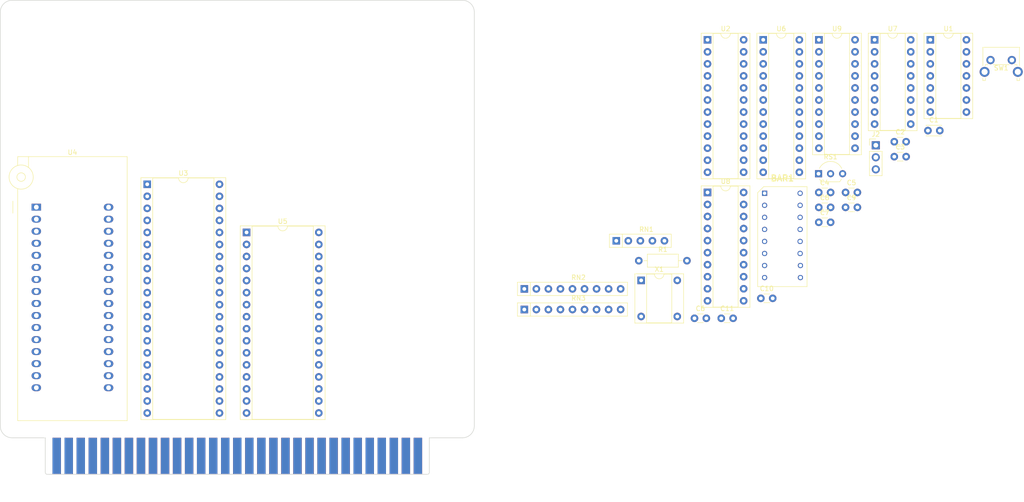
<source format=kicad_pcb>
(kicad_pcb (version 20211014) (generator pcbnew)
  (title_block (title "Processor and memory card") (date "2022-10-24") (rev "1") (company "Frédéric Segard, aka Micro Hobbyist"))
  (layers (0 "F.Cu" signal) (31 "B.Cu" signal) (34 "B.Paste" user) (35 "F.Paste" user) (36 "B.SilkS" user "B.Silkscreen") (37 "F.SilkS" user "F.Silkscreen") (38 "B.Mask" user) (39 "F.Mask" user) (44 "Edge.Cuts" user))
  (net 0 "")
  (net 1 "+5V")
  (net 2 "GND")
  (net 3 "Net-(C1-Pad1)")
  (net 11 "/~{IRQ0}")
  (net 12 "/~{IRQ1}")
  (net 13 "/~{IRQ2}")
  (net 14 "/~{IRQ3}")
  (net 15 "/~{IRQ4}")
  (net 16 "/~{IRQ5}")
  (net 17 "/~{IRQ6}")
  (net 18 "/~{IRQ7}")
  (net 19 "/RESET")
  (net 20 "Net-(U1-Pad3)")
  (net 22 "/BANK0")
  (net 23 "/A15")
  (net 24 "/A14")
  (net 25 "/A13")
  (net 26 "/A12")
  (net 27 "/A11")
  (net 28 "/A10")
  (net 29 "/A9")
  (net 30 "/A8")
  (net 31 "/A7")
  (net 32 "/A6")
  (net 33 "/A5")
  (net 34 "/A4")
  (net 35 "/A3")
  (net 36 "/A2")
  (net 37 "/A1")
  (net 38 "/A0")
  (net 39 "/D0")
  (net 40 "/D1")
  (net 41 "/D2")
  (net 42 "/D3")
  (net 43 "/D4")
  (net 44 "/D5")
  (net 45 "/D6")
  (net 46 "/D7")
  (net 47 "/BANKF")
  (net 48 "/~{M1}")
  (net 49 "/~{RESET}")
  (net 50 "/CLK")
  (net 51 "/~{INT}")
  (net 52 "/~{MREQ}")
  (net 53 "/~{WR}")
  (net 54 "/~{RD}")
  (net 55 "/~{IORQ}")
  (net 56 "/INT")
  (net 57 "/~{BUSAK}")
  (net 58 "/~{HALT}")
  (net 59 "/~{BUSRQ}")
  (net 60 "/~{WAIT}")
  (net 61 "/~{NMI}")
  (net 62 "/~{BANKRD}")
  (net 63 "/HALT")
  (net 64 "/~{IRQRD}")
  (net 65 "/~{ROMCS}")
  (net 66 "/~{RAMOE}")
  (net 67 "/BA15")
  (net 68 "/BA16")
  (net 69 "/BA18")
  (net 70 "/~{CLK}")
  (net 71 "/BA17")
  (net 73 "Net-(J2-Pad2)")
  (net 79 "Net-(BAR1-Pad9)")
  (net 80 "Net-(BAR1-Pad10)")
  (net 84 "Net-(U7-Pad6)")
  (net 85 "Net-(BAR1-Pad11)")
  (net 86 "Net-(BAR1-Pad12)")
  (net 87 "Net-(BAR1-Pad13)")
  (net 88 "/~{BANKSEL}")
  (net 89 "Net-(BAR1-Pad14)")
  (net 90 "Net-(BAR1-Pad15)")
  (net 91 "Net-(U7-Pad7)")
  (net 92 "Net-(BAR1-Pad16)")
  (net 93 "/~{RAMSEL}")
  (net 94 "Net-(U7-Pad9)")
  (footprint "Button_Switch_THT:SW_Tactile_SPST_Angled_PTS645Vx58-2LFS" (layer "F.Cu") (at 294.102 54.447)
    (fp_text reference "SW1" (at 2.25 1.68) (layer "F.SilkS"))
    (fp_text value "RESET")
    (pad "" thru_hole circle (at 5.76 2.49) (size 2.1 2.1) (drill 1.3) (layers *.Cu *.Mask))
    (pad "" thru_hole circle (at -1.25 2.49) (size 2.1 2.1) (drill 1.3) (layers *.Cu *.Mask))
    (pad "1" thru_hole circle (at 0 0) (size 1.75 1.75) (drill 0.99) (layers *.Cu *.Mask) (net 49 "/~{RESET}"))
    (pad "2" thru_hole circle (at 4.5 0) (size 1.75 1.75) (drill 0.99) (layers *.Cu *.Mask) (net 2 "GND"))
  )
  (footprint "Capacitor_THT:C_Disc_D3.0mm_W1.6mm_P2.50mm" (layer "F.Cu") (at 263.522 82.372)
    (fp_text reference "C5" (at 1.25 -2.05) (layer "F.SilkS"))
    (fp_text value "0.1uF")
    (pad "1" thru_hole circle (at 0 0) (size 1.6 1.6) (drill 0.8) (layers *.Cu *.Mask) (net 1 "+5V"))
    (pad "2" thru_hole circle (at 2.5 0) (size 1.6 1.6) (drill 0.8) (layers *.Cu *.Mask) (net 2 "GND"))
  )
  (footprint "Package_DIP:DIP-32_W15.24mm_Socket" (layer "F.Cu") (at 137.155 90.805)
    (fp_text reference "U5" (at 7.62 -2.33) (layer "F.SilkS"))
    (fp_text value "AS6C4008")
    (pad "1" thru_hole rect (at 0 0) (size 1.6 1.6) (drill 0.8) (layers *.Cu *.Mask) (net 69 "/BA18"))
    (pad "2" thru_hole oval (at 0 2.54) (size 1.6 1.6) (drill 0.8) (layers *.Cu *.Mask) (net 68 "/BA16"))
    (pad "3" thru_hole oval (at 0 5.08) (size 1.6 1.6) (drill 0.8) (layers *.Cu *.Mask) (net 24 "/A14"))
    (pad "4" thru_hole oval (at 0 7.62) (size 1.6 1.6) (drill 0.8) (layers *.Cu *.Mask) (net 26 "/A12"))
    (pad "5" thru_hole oval (at 0 10.16) (size 1.6 1.6) (drill 0.8) (layers *.Cu *.Mask) (net 31 "/A7"))
    (pad "6" thru_hole oval (at 0 12.7) (size 1.6 1.6) (drill 0.8) (layers *.Cu *.Mask) (net 32 "/A6"))
    (pad "7" thru_hole oval (at 0 15.24) (size 1.6 1.6) (drill 0.8) (layers *.Cu *.Mask) (net 33 "/A5"))
    (pad "8" thru_hole oval (at 0 17.78) (size 1.6 1.6) (drill 0.8) (layers *.Cu *.Mask) (net 34 "/A4"))
    (pad "9" thru_hole oval (at 0 20.32) (size 1.6 1.6) (drill 0.8) (layers *.Cu *.Mask) (net 35 "/A3"))
    (pad "10" thru_hole oval (at 0 22.86) (size 1.6 1.6) (drill 0.8) (layers *.Cu *.Mask) (net 36 "/A2"))
    (pad "11" thru_hole oval (at 0 25.4) (size 1.6 1.6) (drill 0.8) (layers *.Cu *.Mask) (net 37 "/A1"))
    (pad "12" thru_hole oval (at 0 27.94) (size 1.6 1.6) (drill 0.8) (layers *.Cu *.Mask) (net 38 "/A0"))
    (pad "13" thru_hole oval (at 0 30.48) (size 1.6 1.6) (drill 0.8) (layers *.Cu *.Mask) (net 39 "/D0"))
    (pad "14" thru_hole oval (at 0 33.02) (size 1.6 1.6) (drill 0.8) (layers *.Cu *.Mask) (net 40 "/D1"))
    (pad "15" thru_hole oval (at 0 35.56) (size 1.6 1.6) (drill 0.8) (layers *.Cu *.Mask) (net 41 "/D2"))
    (pad "16" thru_hole oval (at 0 38.1) (size 1.6 1.6) (drill 0.8) (layers *.Cu *.Mask) (net 2 "GND"))
    (pad "17" thru_hole oval (at 15.24 38.1) (size 1.6 1.6) (drill 0.8) (layers *.Cu *.Mask) (net 42 "/D3"))
    (pad "18" thru_hole oval (at 15.24 35.56) (size 1.6 1.6) (drill 0.8) (layers *.Cu *.Mask) (net 43 "/D4"))
    (pad "19" thru_hole oval (at 15.24 33.02) (size 1.6 1.6) (drill 0.8) (layers *.Cu *.Mask) (net 44 "/D5"))
    (pad "20" thru_hole oval (at 15.24 30.48) (size 1.6 1.6) (drill 0.8) (layers *.Cu *.Mask) (net 45 "/D6"))
    (pad "21" thru_hole oval (at 15.24 27.94) (size 1.6 1.6) (drill 0.8) (layers *.Cu *.Mask) (net 46 "/D7"))
    (pad "22" thru_hole oval (at 15.24 25.4) (size 1.6 1.6) (drill 0.8) (layers *.Cu *.Mask) (net 52 "/~{MREQ}"))
    (pad "23" thru_hole oval (at 15.24 22.86) (size 1.6 1.6) (drill 0.8) (layers *.Cu *.Mask) (net 28 "/A10"))
    (pad "24" thru_hole oval (at 15.24 20.32) (size 1.6 1.6) (drill 0.8) (layers *.Cu *.Mask) (net 66 "/~{RAMOE}"))
    (pad "25" thru_hole oval (at 15.24 17.78) (size 1.6 1.6) (drill 0.8) (layers *.Cu *.Mask) (net 27 "/A11"))
    (pad "26" thru_hole oval (at 15.24 15.24) (size 1.6 1.6) (drill 0.8) (layers *.Cu *.Mask) (net 29 "/A9"))
    (pad "27" thru_hole oval (at 15.24 12.7) (size 1.6 1.6) (drill 0.8) (layers *.Cu *.Mask) (net 30 "/A8"))
    (pad "28" thru_hole oval (at 15.24 10.16) (size 1.6 1.6) (drill 0.8) (layers *.Cu *.Mask) (net 25 "/A13"))
    (pad "29" thru_hole oval (at 15.24 7.62) (size 1.6 1.6) (drill 0.8) (layers *.Cu *.Mask) (net 53 "/~{WR}"))
    (pad "30" thru_hole oval (at 15.24 5.08) (size 1.6 1.6) (drill 0.8) (layers *.Cu *.Mask) (net 71 "/BA17"))
    (pad "31" thru_hole oval (at 15.24 2.54) (size 1.6 1.6) (drill 0.8) (layers *.Cu *.Mask) (net 67 "/BA15"))
    (pad "32" thru_hole oval (at 15.24 0) (size 1.6 1.6) (drill 0.8) (layers *.Cu *.Mask) (net 1 "+5V"))
  )
  (footprint "Resistor_THT:R_Array_SIP9" (layer "F.Cu") (at 195.752 102.722)
    (fp_text reference "RN2" (at 11.43 -2.4) (layer "F.SilkS"))
    (fp_text value "330")
    (pad "1" thru_hole rect (at 0 0) (size 1.6 1.6) (drill 0.8) (layers *.Cu *.Mask) (net 2 "GND"))
    (pad "2" thru_hole oval (at 2.54 0) (size 1.6 1.6) (drill 0.8) (layers *.Cu *.Mask) (net 92 "Net-(BAR1-Pad16)"))
    (pad "3" thru_hole oval (at 5.08 0) (size 1.6 1.6) (drill 0.8) (layers *.Cu *.Mask) (net 90 "Net-(BAR1-Pad15)"))
    (pad "4" thru_hole oval (at 7.62 0) (size 1.6 1.6) (drill 0.8) (layers *.Cu *.Mask) (net 89 "Net-(BAR1-Pad14)"))
    (pad "5" thru_hole oval (at 10.16 0) (size 1.6 1.6) (drill 0.8) (layers *.Cu *.Mask) (net 87 "Net-(BAR1-Pad13)"))
    (pad "6" thru_hole oval (at 12.7 0) (size 1.6 1.6) (drill 0.8) (layers *.Cu *.Mask) (net 86 "Net-(BAR1-Pad12)"))
    (pad "7" thru_hole oval (at 15.24 0) (size 1.6 1.6) (drill 0.8) (layers *.Cu *.Mask) (net 85 "Net-(BAR1-Pad11)"))
    (pad "8" thru_hole oval (at 17.78 0) (size 1.6 1.6) (drill 0.8) (layers *.Cu *.Mask) (net 80 "Net-(BAR1-Pad10)"))
    (pad "9" thru_hole oval (at 20.32 0) (size 1.6 1.6) (drill 0.8) (layers *.Cu *.Mask) (net 79 "Net-(BAR1-Pad9)"))
  )
  (footprint "Package_TO_SOT_THT:TO-92L_Inline_Wide" (layer "F.Cu") (at 257.822 78.422)
    (fp_text reference "RS1" (at 2.54 -3.56) (layer "F.SilkS"))
    (fp_text value "DS1813")
    (pad "1" thru_hole rect (at 0 0) (size 1.5 1.5) (drill 0.8) (layers *.Cu *.Mask) (net 49 "/~{RESET}"))
    (pad "2" thru_hole circle (at 2.54 0) (size 1.5 1.5) (drill 0.8) (layers *.Cu *.Mask) (net 3 "Net-(C1-Pad1)"))
    (pad "3" thru_hole circle (at 5.08 0) (size 1.5 1.5) (drill 0.8) (layers *.Cu *.Mask) (net 2 "GND"))
  )
  (footprint "Capacitor_THT:C_Disc_D3.0mm_W1.6mm_P2.50mm" (layer "F.Cu") (at 245.652 104.712)
    (fp_text reference "C10" (at 1.25 -2.05) (layer "F.SilkS"))
    (fp_text value "0.1uF")
    (pad "1" thru_hole circle (at 0 0) (size 1.6 1.6) (drill 0.8) (layers *.Cu *.Mask) (net 1 "+5V"))
    (pad "2" thru_hole circle (at 2.5 0) (size 1.6 1.6) (drill 0.8) (layers *.Cu *.Mask) (net 2 "GND"))
  )
  (footprint "0 - Library:8_Segment_Bar_graph" (layer "F.Cu") (at 246.38 82.55)
    (fp_text reference "BAR1" (at 3.81 -3.175) (layer "F.SilkS") (effects (font (size 1.27 1.27) (thickness 0.254))))
    (fp_text value "BLINKEN" hide)
    (pad "1" thru_hole rect (at 0.06 0) (size 1.1 1.1) (drill 0.7) (layers *.Cu *.Mask) (net 1 "+5V"))
    (pad "2" thru_hole circle (at 0.06 2.54) (size 1.1 1.1) (drill 0.7) (layers *.Cu *.Mask) (net 19 "/RESET"))
    (pad "3" thru_hole circle (at 0.06 5.08) (size 1.1 1.1) (drill 0.7) (layers *.Cu *.Mask))
    (pad "4" thru_hole circle (at 0.06 7.62) (size 1.1 1.1) (drill 0.7) (layers *.Cu *.Mask) (net 22 "/BANK0"))
    (pad "5" thru_hole circle (at 0.06 10.16) (size 1.1 1.1) (drill 0.7) (layers *.Cu *.Mask) (net 47 "/BANKF"))
    (pad "6" thru_hole circle (at 0.06 12.7) (size 1.1 1.1) (drill 0.7) (layers *.Cu *.Mask) (net 56 "/INT"))
    (pad "7" thru_hole circle (at 0.06 15.24) (size 1.1 1.1) (drill 0.7) (layers *.Cu *.Mask) (net 63 "/HALT"))
    (pad "8" thru_hole circle (at 0.06 17.78) (size 1.1 1.1) (drill 0.7) (layers *.Cu *.Mask) (net 93 "/~{RAMSEL}"))
    (pad "9" thru_hole circle (at 7.62 17.78) (size 1.1 1.1) (drill 0.7) (layers *.Cu *.Mask) (net 79 "Net-(BAR1-Pad9)"))
    (pad "10" thru_hole circle (at 7.62 15.24) (size 1.1 1.1) (drill 0.7) (layers *.Cu *.Mask) (net 80 "Net-(BAR1-Pad10)"))
    (pad "11" thru_hole circle (at 7.56 12.7) (size 1.1 1.1) (drill 0.7) (layers *.Cu *.Mask) (net 85 "Net-(BAR1-Pad11)"))
    (pad "12" thru_hole circle (at 7.56 10.16) (size 1.1 1.1) (drill 0.7) (layers *.Cu *.Mask) (net 86 "Net-(BAR1-Pad12)"))
    (pad "13" thru_hole circle (at 7.56 7.62) (size 1.1 1.1) (drill 0.7) (layers *.Cu *.Mask) (net 87 "Net-(BAR1-Pad13)"))
    (pad "14" thru_hole circle (at 7.56 5.08) (size 1.1 1.1) (drill 0.7) (layers *.Cu *.Mask) (net 89 "Net-(BAR1-Pad14)"))
    (pad "15" thru_hole circle (at 7.56 2.54) (size 1.1 1.1) (drill 0.7) (layers *.Cu *.Mask) (net 90 "Net-(BAR1-Pad15)"))
    (pad "16" thru_hole circle (at 7.56 0) (size 1.1 1.1) (drill 0.7) (layers *.Cu *.Mask) (net 92 "Net-(BAR1-Pad16)"))
  )
  (footprint "0 - Library:BUS_XT" (layer "F.Cu") (at 135.2 134.135)
    (fp_text reference "J1" hide)
    (fp_text value "EDGE")
    (fp_line (start -40.11 7.7) (end 40.11 7.7) (layer "Edge.Cuts") (width 0.12))
    (fp_line (start -47.5 -92.3) (end 47.5 -92.3) (layer "Edge.Cuts") (width 0.12))
    (fp_line (start -40.51 7.3) (end -40.51 0) (layer "Edge.Cuts") (width 0.12))
    (fp_line (start -47.5 0) (end -40.51 0) (layer "Edge.Cuts") (width 0.12))
    (fp_line (start -50 -2.5) (end -50 -89.8) (layer "Edge.Cuts") (width 0.12))
    (fp_line (start 40.51 7.3) (end 40.51 0) (layer "Edge.Cuts") (width 0.12))
    (fp_line (start 47.5 0) (end 40.51 0) (layer "Edge.Cuts") (width 0.12))
    (fp_line (start 50 -89.8) (end 50 -2.5) (layer "Edge.Cuts") (width 0.12))
    (fp_arc (start 50 -2.5) (mid 49.267767 -0.732233) (end 47.5 0) (layer "Edge.Cuts") (width 0.12))
    (fp_arc (start 47.5 -92.3) (mid 49.267767 -91.567767) (end 50 -89.8) (layer "Edge.Cuts") (width 0.12))
    (fp_arc (start -47.5 0) (mid -49.267767 -0.732233) (end -50 -2.5) (layer "Edge.Cuts") (width 0.12))
    (fp_arc (start 40.51 7.3) (mid 40.392843 7.582843) (end 40.11 7.7) (layer "Edge.Cuts") (width 0.12))
    (fp_arc (start -50 -89.8) (mid -49.267767 -91.567767) (end -47.5 -92.3) (layer "Edge.Cuts") (width 0.12))
    (fp_arc (start -40.11 7.7) (mid -40.392843 7.582843) (end -40.51 7.3) (layer "Edge.Cuts") (width 0.12))
    (pad "1" connect rect locked (at 38.1 3.81) (size 1.78 7.62) (layers "F.Cu" "F.Mask") (net 2 "GND"))
    (pad "2" connect rect locked (at 35.56 3.81) (size 1.78 7.62) (layers "F.Cu" "F.Mask") (net 1 "+5V"))
    (pad "3" connect rect locked (at 33.02 3.81) (size 1.78 7.62) (layers "F.Cu" "F.Mask") (net 23 "/A15"))
    (pad "4" connect rect locked (at 30.48 3.81) (size 1.78 7.62) (layers "F.Cu" "F.Mask") (net 24 "/A14"))
    (pad "5" connect rect locked (at 27.94 3.81) (size 1.78 7.62) (layers "F.Cu" "F.Mask") (net 25 "/A13"))
    (pad "6" connect rect locked (at 25.4 3.81) (size 1.78 7.62) (layers "F.Cu" "F.Mask") (net 26 "/A12"))
    (pad "7" connect rect locked (at 22.86 3.81) (size 1.78 7.62) (layers "F.Cu" "F.Mask") (net 27 "/A11"))
    (pad "8" connect rect locked (at 20.32 3.81) (size 1.78 7.62) (layers "F.Cu" "F.Mask") (net 28 "/A10"))
    (pad "9" connect rect locked (at 17.78 3.81) (size 1.78 7.62) (layers "F.Cu" "F.Mask") (net 29 "/A9"))
    (pad "10" connect rect locked (at 15.24 3.81) (size 1.78 7.62) (layers "F.Cu" "F.Mask") (net 30 "/A8"))
    (pad "11" connect rect locked (at 12.7 3.81) (size 1.78 7.62) (layers "F.Cu" "F.Mask") (net 31 "/A7"))
    (pad "12" connect rect locked (at 10.16 3.81) (size 1.78 7.62) (layers "F.Cu" "F.Mask") (net 32 "/A6"))
    (pad "13" connect rect locked (at 7.62 3.81) (size 1.78 7.62) (layers "F.Cu" "F.Mask") (net 33 "/A5"))
    (pad "14" connect rect locked (at 5.08 3.81) (size 1.78 7.62) (layers "F.Cu" "F.Mask") (net 34 "/A4"))
    (pad "15" connect rect locked (at 2.54 3.81) (size 1.78 7.62) (layers "F.Cu" "F.Mask") (net 35 "/A3"))
    (pad "16" connect rect locked (at 0 3.81) (size 1.78 7.62) (layers "F.Cu" "F.Mask") (net 36 "/A2"))
    (pad "17" connect rect locked (at -2.54 3.81) (size 1.78 7.62) (layers "F.Cu" "F.Mask") (net 37 "/A1"))
    (pad "18" connect rect locked (at -5.08 3.81) (size 1.78 7.62) (layers "F.Cu" "F.Mask") (net 38 "/A0"))
    (pad "19" connect rect locked (at -7.62 3.81) (size 1.78 7.62) (layers "F.Cu" "F.Mask") (net 39 "/D0"))
    (pad "20" connect rect locked (at -10.16 3.81) (size 1.78 7.62) (layers "F.Cu" "F.Mask") (net 40 "/D1"))
    (pad "21" connect rect locked (at -12.7 3.81) (size 1.78 7.62) (layers "F.Cu" "F.Mask") (net 41 "/D2"))
    (pad "22" connect rect locked (at -15.24 3.81) (size 1.78 7.62) (layers "F.Cu" "F.Mask") (net 42 "/D3"))
    (pad "23" connect rect locked (at -17.78 3.81) (size 1.78 7.62) (layers "F.Cu" "F.Mask") (net 43 "/D4"))
    (pad "24" connect rect locked (at -20.32 3.81) (size 1.78 7.62) (layers "F.Cu" "F.Mask") (net 44 "/D5"))
    (pad "25" connect rect locked (at -22.86 3.81) (size 1.78 7.62) (layers "F.Cu" "F.Mask") (net 45 "/D6"))
    (pad "26" connect rect locked (at -25.4 3.81) (size 1.78 7.62) (layers "F.Cu" "F.Mask") (net 46 "/D7"))
    (pad "27" connect rect locked (at -27.94 3.81) (size 1.78 7.62) (layers "F.Cu" "F.Mask"))
    (pad "28" connect rect locked (at -30.48 3.81) (size 1.78 7.62) (layers "F.Cu" "F.Mask"))
    (pad "29" connect rect locked (at -33.02 3.81) (size 1.78 7.62) (layers "F.Cu" "F.Mask"))
    (pad "30" connect rect locked (at -35.56 3.81) (size 1.78 7.62) (layers "F.Cu" "F.Mask") (net 1 "+5V"))
    (pad "31" connect rect locked (at -38.1 3.81) (size 1.78 7.62) (layers "F.Cu" "F.Mask") (net 2 "GND"))
    (pad "32" connect rect locked (at 38.1 3.81) (size 1.78 7.62) (layers "B.Cu" "B.Mask") (net 2 "GND"))
    (pad "33" connect rect locked (at 35.56 3.81) (size 1.78 7.62) (layers "B.Cu" "B.Mask") (net 1 "+5V"))
    (pad "34" connect rect locked (at 33.02 3.81) (size 1.78 7.62) (layers "B.Cu" "B.Mask") (net 48 "/~{M1}"))
    (pad "35" connect rect locked (at 30.48 3.81) (size 1.78 7.62) (layers "B.Cu" "B.Mask") (net 49 "/~{RESET}"))
    (pad "36" connect rect locked (at 27.94 3.81) (size 1.78 7.62) (layers "B.Cu" "B.Mask") (net 50 "/CLK"))
    (pad "37" connect rect locked (at 25.4 3.81) (size 1.78 7.62) (layers "B.Cu" "B.Mask") (net 51 "/~{INT}"))
    (pad "38" connect rect locked (at 22.86 3.81) (size 1.78 7.62) (layers "B.Cu" "B.Mask") (net 52 "/~{MREQ}"))
    (pad "39" connect rect locked (at 20.32 3.81) (size 1.78 7.62) (layers "B.Cu" "B.Mask") (net 53 "/~{WR}"))
    (pad "40" connect rect locked (at 17.78 3.81) (size 1.78 7.62) (layers "B.Cu" "B.Mask") (net 54 "/~{RD}"))
    (pad "41" connect rect locked (at 15.24 3.81) (size 1.78 7.62) (layers "B.Cu" "B.Mask") (net 55 "/~{IORQ}"))
    (pad "42" connect rect locked (at 12.7 3.81) (size 1.78 7.62) (layers "B.Cu" "B.Mask") (net 70 "/~{CLK}"))
    (pad "43" connect rect locked (at 10.16 3.81) (size 1.78 7.62) (layers "B.Cu" "B.Mask"))
    (pad "44" connect rect locked (at 7.62 3.81) (size 1.78 7.62) (layers "B.Cu" "B.Mask") (net 57 "/~{BUSAK}"))
    (pad "45" connect rect locked (at 5.08 3.81) (size 1.78 7.62) (layers "B.Cu" "B.Mask") (net 58 "/~{HALT}"))
    (pad "46" connect rect locked (at 2.54 3.81) (size 1.78 7.62) (layers "B.Cu" "B.Mask") (net 59 "/~{BUSRQ}"))
    (pad "47" connect rect locked (at 0 3.81) (size 1.78 7.62) (layers "B.Cu" "B.Mask") (net 60 "/~{WAIT}"))
    (pad "48" connect rect locked (at -2.54 3.81) (size 1.78 7.62) (layers "B.Cu" "B.Mask") (net 61 "/~{NMI}"))
    (pad "49" connect rect locked (at -5.08 3.81) (size 1.78 7.62) (layers "B.Cu" "B.Mask"))
    (pad "50" connect rect locked (at -7.62 3.81) (size 1.78 7.62) (layers "B.Cu" "B.Mask"))
    (pad "51" connect rect locked (at -10.16 3.81) (size 1.78 7.62) (layers "B.Cu" "B.Mask"))
    (pad "52" connect rect locked (at -12.7 3.81) (size 1.78 7.62) (layers "B.Cu" "B.Mask"))
    (pad "53" connect rect locked (at -15.24 3.81) (size 1.78 7.62) (layers "B.Cu" "B.Mask") (net 11 "/~{IRQ0}"))
    (pad "54" connect rect locked (at -17.78 3.81) (size 1.78 7.62) (layers "B.Cu" "B.Mask") (net 12 "/~{IRQ1}"))
    (pad "55" connect rect locked (at -20.32 3.81) (size 1.78 7.62) (layers "B.Cu" "B.Mask") (net 13 "/~{IRQ2}"))
    (pad "56" connect rect locked (at -22.86 3.81) (size 1.78 7.62) (layers "B.Cu" "B.Mask") (net 14 "/~{IRQ3}"))
    (pad "57" connect rect locked (at -25.4 3.81) (size 1.78 7.62) (layers "B.Cu" "B.Mask") (net 15 "/~{IRQ4}"))
    (pad "58" connect rect locked (at -27.94 3.81) (size 1.78 7.62) (layers "B.Cu" "B.Mask") (net 16 "/~{IRQ5}"))
    (pad "59" connect rect locked (at -30.48 3.81) (size 1.78 7.62) (layers "B.Cu" "B.Mask") (net 17 "/~{IRQ6}"))
    (pad "60" connect rect locked (at -33.02 3.81) (size 1.78 7.62) (layers "B.Cu" "B.Mask") (net 18 "/~{IRQ7}"))
    (pad "61" connect rect locked (at -35.56 3.81) (size 1.78 7.62) (layers "B.Cu" "B.Mask") (net 1 "+5V"))
    (pad "62" connect rect locked (at -38.1 3.81) (size 1.78 7.62) (layers "B.Cu" "B.Mask") (net 2 "GND"))
  )
  (footprint "Package_DIP:DIP-24_W7.62mm_Socket" (layer "F.Cu") (at 246.152 50.172)
    (fp_text reference "U6" (at 3.81 -2.33) (layer "F.SilkS"))
    (fp_text value "ATF22V10C")
    (pad "1" thru_hole rect (at 0 0) (size 1.6 1.6) (drill 0.8) (layers *.Cu *.Mask) (net 88 "/~{BANKSEL}"))
    (pad "2" thru_hole oval (at 0 2.54) (size 1.6 1.6) (drill 0.8) (layers *.Cu *.Mask) (net 39 "/D0"))
    (pad "3" thru_hole oval (at 0 5.08) (size 1.6 1.6) (drill 0.8) (layers *.Cu *.Mask) (net 40 "/D1"))
    (pad "4" thru_hole oval (at 0 7.62) (size 1.6 1.6) (drill 0.8) (layers *.Cu *.Mask) (net 41 "/D2"))
    (pad "5" thru_hole oval (at 0 10.16) (size 1.6 1.6) (drill 0.8) (layers *.Cu *.Mask) (net 42 "/D3"))
    (pad "6" thru_hole oval (at 0 12.7) (size 1.6 1.6) (drill 0.8) (layers *.Cu *.Mask) (net 49 "/~{RESET}"))
    (pad "7" thru_hole oval (at 0 15.24) (size 1.6 1.6) (drill 0.8) (layers *.Cu *.Mask) (net 51 "/~{INT}"))
    (pad "8" thru_hole oval (at 0 17.78) (size 1.6 1.6) (drill 0.8) (layers *.Cu *.Mask) (net 58 "/~{HALT}"))
    (pad "9" thru_hole oval (at 0 20.32) (size 1.6 1.6) (drill 0.8) (layers *.Cu *.Mask) (net 2 "GND"))
    (pad "10" thru_hole oval (at 0 22.86) (size 1.6 1.6) (drill 0.8) (layers *.Cu *.Mask) (net 2 "GND"))
    (pad "11" thru_hole oval (at 0 25.4) (size 1.6 1.6) (drill 0.8) (layers *.Cu *.Mask) (net 2 "GND"))
    (pad "12" thru_hole oval (at 0 27.94) (size 1.6 1.6) (drill 0.8) (layers *.Cu *.Mask) (net 2 "GND"))
    (pad "13" thru_hole oval (at 7.62 27.94) (size 1.6 1.6) (drill 0.8) (layers *.Cu *.Mask) (net 2 "GND"))
    (pad "14" thru_hole oval (at 7.62 25.4) (size 1.6 1.6) (drill 0.8) (layers *.Cu *.Mask))
    (pad "15" thru_hole oval (at 7.62 22.86) (size 1.6 1.6) (drill 0.8) (layers *.Cu *.Mask) (net 22 "/BANK0"))
    (pad "16" thru_hole oval (at 7.62 20.32) (size 1.6 1.6) (drill 0.8) (layers *.Cu *.Mask) (net 47 "/BANKF"))
    (pad "17" thru_hole oval (at 7.62 17.78) (size 1.6 1.6) (drill 0.8) (layers *.Cu *.Mask) (net 63 "/HALT"))
    (pad "18" thru_hole oval (at 7.62 15.24) (size 1.6 1.6) (drill 0.8) (layers *.Cu *.Mask) (net 56 "/INT"))
    (pad "19" thru_hole oval (at 7.62 12.7) (size 1.6 1.6) (drill 0.8) (layers *.Cu *.Mask) (net 19 "/RESET"))
    (pad "20" thru_hole oval (at 7.62 10.16) (size 1.6 1.6) (drill 0.8) (layers *.Cu *.Mask) (net 69 "/BA18"))
    (pad "21" thru_hole oval (at 7.62 7.62) (size 1.6 1.6) (drill 0.8) (layers *.Cu *.Mask) (net 71 "/BA17"))
    (pad "22" thru_hole oval (at 7.62 5.08) (size 1.6 1.6) (drill 0.8) (layers *.Cu *.Mask) (net 68 "/BA16"))
    (pad "23" thru_hole oval (at 7.62 2.54) (size 1.6 1.6) (drill 0.8) (layers *.Cu *.Mask) (net 67 "/BA15"))
    (pad "24" thru_hole oval (at 7.62 0) (size 1.6 1.6) (drill 0.8) (layers *.Cu *.Mask) (net 1 "+5V"))
  )
  (footprint "Capacitor_THT:C_Disc_D3.0mm_W2.0mm_P2.50mm" (layer "F.Cu") (at 280.902 69.322)
    (fp_text reference "C1" (at 1.25 -2.25) (layer "F.SilkS"))
    (fp_text value "1uF")
    (pad "1" thru_hole circle (at 0 0) (size 1.6 1.6) (drill 0.8) (layers *.Cu *.Mask) (net 3 "Net-(C1-Pad1)"))
    (pad "2" thru_hole circle (at 2.5 0) (size 1.6 1.6) (drill 0.8) (layers *.Cu *.Mask) (net 2 "GND"))
  )
  (footprint "Resistor_THT:R_Axial_DIN0207_L6.3mm_D2.5mm_P10.16mm_Horizontal" (layer "F.Cu") (at 219.902 96.772)
    (fp_text reference "R1" (at 5.08 -2.37) (layer "F.SilkS"))
    (fp_text value "10K")
    (pad "1" thru_hole circle (at 0 0) (size 1.6 1.6) (drill 0.8) (layers *.Cu *.Mask) (net 3 "Net-(C1-Pad1)"))
    (pad "2" thru_hole oval (at 10.16 0) (size 1.6 1.6) (drill 0.8) (layers *.Cu *.Mask) (net 1 "+5V"))
  )
  (footprint "Connector_PinHeader_2.54mm:PinHeader_1x03_P2.54mm_Vertical" (layer "F.Cu") (at 269.902 72.422)
    (fp_text reference "J2" (at 0 -2.33) (layer "F.SilkS"))
    (fp_text value "PAGE")
    (pad "1" thru_hole rect (at 0 0) (size 1.7 1.7) (drill 1) (layers *.Cu *.Mask) (net 1 "+5V"))
    (pad "2" thru_hole oval (at 0 2.54) (size 1.7 1.7) (drill 1) (layers *.Cu *.Mask) (net 73 "Net-(J2-Pad2)"))
    (pad "3" thru_hole oval (at 0 5.08) (size 1.7 1.7) (drill 1) (layers *.Cu *.Mask) (net 2 "GND"))
  )
  (footprint "Capacitor_THT:C_Disc_D3.0mm_W1.6mm_P2.50mm" (layer "F.Cu") (at 231.652 108.922)
    (fp_text reference "C6" (at 1.25 -2.05) (layer "F.SilkS"))
    (fp_text value "0.1uF")
    (pad "1" thru_hole circle (at 0 0) (size 1.6 1.6) (drill 0.8) (layers *.Cu *.Mask) (net 1 "+5V"))
    (pad "2" thru_hole circle (at 2.5 0) (size 1.6 1.6) (drill 0.8) (layers *.Cu *.Mask) (net 2 "GND"))
  )
  (footprint "Capacitor_THT:C_Disc_D3.0mm_W1.6mm_P2.50mm" (layer "F.Cu") (at 257.872 85.522)
    (fp_text reference "C8" (at 1.25 -2.05) (layer "F.SilkS"))
    (fp_text value "0.1uF")
    (pad "1" thru_hole circle (at 0 0) (size 1.6 1.6) (drill 0.8) (layers *.Cu *.Mask) (net 1 "+5V"))
    (pad "2" thru_hole circle (at 2.5 0) (size 1.6 1.6) (drill 0.8) (layers *.Cu *.Mask) (net 2 "GND"))
  )
  (footprint "Capacitor_THT:C_Disc_D3.0mm_W1.6mm_P2.50mm" (layer "F.Cu") (at 257.872 88.672)
    (fp_text reference "C7" (at 1.25 -2.05) (layer "F.SilkS"))
    (fp_text value "0.1uF")
    (pad "1" thru_hole circle (at 0 0) (size 1.6 1.6) (drill 0.8) (layers *.Cu *.Mask) (net 1 "+5V"))
    (pad "2" thru_hole circle (at 2.5 0) (size 1.6 1.6) (drill 0.8) (layers *.Cu *.Mask) (net 2 "GND"))
  )
  (footprint "Capacitor_THT:C_Disc_D3.0mm_W1.6mm_P2.50mm" (layer "F.Cu") (at 263.522 85.522)
    (fp_text reference "C9" (at 1.25 -2.05) (layer "F.SilkS"))
    (fp_text value "0.1uF")
    (pad "1" thru_hole circle (at 0 0) (size 1.6 1.6) (drill 0.8) (layers *.Cu *.Mask) (net 1 "+5V"))
    (pad "2" thru_hole circle (at 2.5 0) (size 1.6 1.6) (drill 0.8) (layers *.Cu *.Mask) (net 2 "GND"))
  )
  (footprint "Package_DIP:DIP-20_W7.62mm_Socket" (layer "F.Cu") (at 234.402 82.372)
    (fp_text reference "U8" (at 3.81 -2.33) (layer "F.SilkS"))
    (fp_text value "74HC573")
    (pad "1" thru_hole rect (at 0 0) (size 1.6 1.6) (drill 0.8) (layers *.Cu *.Mask) (net 62 "/~{BANKRD}"))
    (pad "2" thru_hole oval (at 0 2.54) (size 1.6 1.6) (drill 0.8) (layers *.Cu *.Mask) (net 67 "/BA15"))
    (pad "3" thru_hole oval (at 0 5.08) (size 1.6 1.6) (drill 0.8) (layers *.Cu *.Mask) (net 68 "/BA16"))
    (pad "4" thru_hole oval (at 0 7.62) (size 1.6 1.6) (drill 0.8) (layers *.Cu *.Mask) (net 71 "/BA17"))
    (pad "5" thru_hole oval (at 0 10.16) (size 1.6 1.6) (drill 0.8) (layers *.Cu *.Mask) (net 69 "/BA18"))
    (pad "6" thru_hole oval (at 0 12.7) (size 1.6 1.6) (drill 0.8) (layers *.Cu *.Mask) (net 2 "GND"))
    (pad "7" thru_hole oval (at 0 15.24) (size 1.6 1.6) (drill 0.8) (layers *.Cu *.Mask) (net 2 "GND"))
    (pad "8" thru_hole oval (at 0 17.78) (size 1.6 1.6) (drill 0.8) (layers *.Cu *.Mask) (net 2 "GND"))
    (pad "9" thru_hole oval (at 0 20.32) (size 1.6 1.6) (drill 0.8) (layers *.Cu *.Mask) (net 2 "GND"))
    (pad "10" thru_hole oval (at 0 22.86) (size 1.6 1.6) (drill 0.8) (layers *.Cu *.Mask) (net 2 "GND"))
    (pad "11" thru_hole oval (at 7.62 22.86) (size 1.6 1.6) (drill 0.8) (layers *.Cu *.Mask) (net 50 "/CLK"))
    (pad "12" thru_hole oval (at 7.62 20.32) (size 1.6 1.6) (drill 0.8) (layers *.Cu *.Mask) (net 46 "/D7"))
    (pad "13" thru_hole oval (at 7.62 17.78) (size 1.6 1.6) (drill 0.8) (layers *.Cu *.Mask) (net 45 "/D6"))
    (pad "14" thru_hole oval (at 7.62 15.24) (size 1.6 1.6) (drill 0.8) (layers *.Cu *.Mask) (net 44 "/D5"))
    (pad "15" thru_hole oval (at 7.62 12.7) (size 1.6 1.6) (drill 0.8) (layers *.Cu *.Mask) (net 43 "/D4"))
    (pad "16" thru_hole oval (at 7.62 10.16) (size 1.6 1.6) (drill 0.8) (layers *.Cu *.Mask) (net 42 "/D3"))
    (pad "17" thru_hole oval (at 7.62 7.62) (size 1.6 1.6) (drill 0.8) (layers *.Cu *.Mask) (net 41 "/D2"))
    (pad "18" thru_hole oval (at 7.62 5.08) (size 1.6 1.6) (drill 0.8) (layers *.Cu *.Mask) (net 40 "/D1"))
    (pad "19" thru_hole oval (at 7.62 2.54) (size 1.6 1.6) (drill 0.8) (layers *.Cu *.Mask) (net 39 "/D0"))
    (pad "20" thru_hole oval (at 7.62 0) (size 1.6 1.6) (drill 0.8) (layers *.Cu *.Mask) (net 1 "+5V"))
  )
  (footprint "Capacitor_THT:C_Disc_D3.0mm_W1.6mm_P2.50mm" (layer "F.Cu") (at 273.802 71.672)
    (fp_text reference "C2" (at 1.25 -2.05) (layer "F.SilkS"))
    (fp_text value "0.1uF")
    (pad "1" thru_hole circle (at 0 0) (size 1.6 1.6) (drill 0.8) (layers *.Cu *.Mask) (net 1 "+5V"))
    (pad "2" thru_hole circle (at 2.5 0) (size 1.6 1.6) (drill 0.8) (layers *.Cu *.Mask) (net 2 "GND"))
  )
  (footprint "Socket:DIP_Socket-32_W11.9_W12.7_W15.24_W17.78_W18.5_3M_232-1285-00-0602J" (layer "F.Cu") (at 92.8025 85.48)
    (fp_text reference "U4" (at 7.62 -11.56) (layer "F.SilkS"))
    (fp_text value "SST39SF010")
    (pad "1" thru_hole rect (at 0 0) (size 2 1.44) (drill 1) (layers *.Cu *.Mask) (net 2 "GND"))
    (pad "2" thru_hole oval (at 0 2.54) (size 2 1.44) (drill 1) (layers *.Cu *.Mask) (net 73 "Net-(J2-Pad2)"))
    (pad "3" thru_hole oval (at 0 5.08) (size 2 1.44) (drill 1) (layers *.Cu *.Mask) (net 23 "/A15"))
    (pad "4" thru_hole oval (at 0 7.62) (size 2 1.44) (drill 1) (layers *.Cu *.Mask) (net 26 "/A12"))
    (pad "5" thru_hole oval (at 0 10.16) (size 2 1.44) (drill 1) (layers *.Cu *.Mask) (net 31 "/A7"))
    (pad "6" thru_hole oval (at 0 12.7) (size 2 1.44) (drill 1) (layers *.Cu *.Mask) (net 32 "/A6"))
    (pad "7" thru_hole oval (at 0 15.24) (size 2 1.44) (drill 1) (layers *.Cu *.Mask) (net 33 "/A5"))
    (pad "8" thru_hole oval (at 0 17.78) (size 2 1.44) (drill 1) (layers *.Cu *.Mask) (net 34 "/A4"))
    (pad "9" thru_hole oval (at 0 20.32) (size 2 1.44) (drill 1) (layers *.Cu *.Mask) (net 35 "/A3"))
    (pad "10" thru_hole oval (at 0 22.86) (size 2 1.44) (drill 1) (layers *.Cu *.Mask) (net 36 "/A2"))
    (pad "11" thru_hole oval (at 0 25.4) (size 2 1.44) (drill 1) (layers *.Cu *.Mask) (net 37 "/A1"))
    (pad "12" thru_hole oval (at 0 27.94) (size 2 1.44) (drill 1) (layers *.Cu *.Mask) (net 38 "/A0"))
    (pad "13" thru_hole oval (at 0 30.48) (size 2 1.44) (drill 1) (layers *.Cu *.Mask) (net 39 "/D0"))
    (pad "14" thru_hole oval (at 0 33.02) (size 2 1.44) (drill 1) (layers *.Cu *.Mask) (net 40 "/D1"))
    (pad "15" thru_hole oval (at 0 35.56) (size 2 1.44) (drill 1) (layers *.Cu *.Mask) (net 41 "/D2"))
    (pad "16" thru_hole oval (at 0 38.1) (size 2 1.44) (drill 1) (layers *.Cu *.Mask) (net 2 "GND"))
    (pad "17" thru_hole oval (at 15.24 38.1) (size 2 1.44) (drill 1) (layers *.Cu *.Mask) (net 42 "/D3"))
    (pad "18" thru_hole oval (at 15.24 35.56) (size 2 1.44) (drill 1) (layers *.Cu *.Mask) (net 43 "/D4"))
    (pad "19" thru_hole oval (at 15.24 33.02) (size 2 1.44) (drill 1) (layers *.Cu *.Mask) (net 44 "/D5"))
    (pad "20" thru_hole oval (at 15.24 30.48) (size 2 1.44) (drill 1) (layers *.Cu *.Mask) (net 45 "/D6"))
    (pad "21" thru_hole oval (at 15.24 27.94) (size 2 1.44) (drill 1) (layers *.Cu *.Mask) (net 46 "/D7"))
    (pad "22" thru_hole oval (at 15.24 25.4) (size 2 1.44) (drill 1) (layers *.Cu *.Mask) (net 65 "/~{ROMCS}"))
    (pad "23" thru_hole oval (at 15.24 22.86) (size 2 1.44) (drill 1) (layers *.Cu *.Mask) (net 28 "/A10"))
    (pad "24" thru_hole oval (at 15.24 20.32) (size 2 1.44) (drill 1) (layers *.Cu *.Mask) (net 54 "/~{RD}"))
    (pad "25" thru_hole oval (at 15.24 17.78) (size 2 1.44) (drill 1) (layers *.Cu *.Mask) (net 27 "/A11"))
    (pad "26" thru_hole oval (at 15.24 15.24) (size 2 1.44) (drill 1) (layers *.Cu *.Mask) (net 29 "/A9"))
    (pad "27" thru_hole oval (at 15.24 12.7) (size 2 1.44) (drill 1) (layers *.Cu *.Mask) (net 30 "/A8"))
    (pad "28" thru_hole oval (at 15.24 10.16) (size 2 1.44) (drill 1) (layers *.Cu *.Mask) (net 25 "/A13"))
    (pad "29" thru_hole oval (at 15.24 7.62) (size 2 1.44) (drill 1) (layers *.Cu *.Mask) (net 24 "/A14"))
    (pad "30" thru_hole oval (at 15.24 5.08) (size 2 1.44) (drill 1) (layers *.Cu *.Mask) (net 2 "GND"))
    (pad "31" thru_hole oval (at 15.24 2.54) (size 2 1.44) (drill 1) (layers *.Cu *.Mask) (net 53 "/~{WR}"))
    (pad "32" thru_hole oval (at 15.24 0) (size 2 1.44) (drill 1) (layers *.Cu *.Mask) (net 1 "+5V"))
  )
  (footprint "Package_DIP:DIP-14_W7.62mm_Socket" (layer "F.Cu") (at 281.402 50.172)
    (fp_text reference "U1" (at 3.81 -2.33) (layer "F.SilkS"))
    (fp_text value "74AC74")
    (pad "1" thru_hole rect (at 0 0) (size 1.6 1.6) (drill 0.8) (layers *.Cu *.Mask) (net 1 "+5V"))
    (pad "2" thru_hole oval (at 0 2.54) (size 1.6 1.6) (drill 0.8) (layers *.Cu *.Mask) (net 70 "/~{CLK}"))
    (pad "3" thru_hole oval (at 0 5.08) (size 1.6 1.6) (drill 0.8) (layers *.Cu *.Mask) (net 20 "Net-(U1-Pad3)"))
    (pad "4" thru_hole oval (at 0 7.62) (size 1.6 1.6) (drill 0.8) (layers *.Cu *.Mask) (net 1 "+5V"))
    (pad "5" thru_hole oval (at 0 10.16) (size 1.6 1.6) (drill 0.8) (layers *.Cu *.Mask) (net 50 "/CLK"))
    (pad "6" thru_hole oval (at 0 12.7) (size 1.6 1.6) (drill 0.8) (layers *.Cu *.Mask) (net 70 "/~{CLK}"))
    (pad "7" thru_hole oval (at 0 15.24) (size 1.6 1.6) (drill 0.8) (layers *.Cu *.Mask) (net 2 "GND"))
    (pad "8" thru_hole oval (at 7.62 15.24) (size 1.6 1.6) (drill 0.8) (layers *.Cu *.Mask))
    (pad "9" thru_hole oval (at 7.62 12.7) (size 1.6 1.6) (drill 0.8) (layers *.Cu *.Mask))
    (pad "10" thru_hole oval (at 7.62 10.16) (size 1.6 1.6) (drill 0.8) (layers *.Cu *.Mask) (net 1 "+5V"))
    (pad "11" thru_hole oval (at 7.62 7.62) (size 1.6 1.6) (drill 0.8) (layers *.Cu *.Mask) (net 1 "+5V"))
    (pad "12" thru_hole oval (at 7.62 5.08) (size 1.6 1.6) (drill 0.8) (layers *.Cu *.Mask) (net 1 "+5V"))
    (pad "13" thru_hole oval (at 7.62 2.54) (size 1.6 1.6) (drill 0.8) (layers *.Cu *.Mask) (net 1 "+5V"))
    (pad "14" thru_hole oval (at 7.62 0) (size 1.6 1.6) (drill 0.8) (layers *.Cu *.Mask) (net 1 "+5V"))
  )
  (footprint "Resistor_THT:R_Array_SIP9" (layer "F.Cu") (at 195.752 107.072)
    (fp_text reference "RN3" (at 11.43 -2.4) (layer "F.SilkS"))
    (fp_text value "3K3")
    (pad "1" thru_hole rect (at 0 0) (size 1.6 1.6) (drill 0.8) (layers *.Cu *.Mask) (net 1 "+5V"))
    (pad "2" thru_hole oval (at 2.54 0) (size 1.6 1.6) (drill 0.8) (layers *.Cu *.Mask) (net 18 "/~{IRQ7}"))
    (pad "3" thru_hole oval (at 5.08 0) (size 1.6 1.6) (drill 0.8) (layers *.Cu *.Mask) (net 17 "/~{IRQ6}"))
    (pad "4" thru_hole oval (at 7.62 0) (size 1.6 1.6) (drill 0.8) (layers *.Cu *.Mask) (net 16 "/~{IRQ5}"))
    (pad "5" thru_hole oval (at 10.16 0) (size 1.6 1.6) (drill 0.8) (layers *.Cu *.Mask) (net 15 "/~{IRQ4}"))
    (pad "6" thru_hole oval (at 12.7 0) (size 1.6 1.6) (drill 0.8) (layers *.Cu *.Mask) (net 14 "/~{IRQ3}"))
    (pad "7" thru_hole oval (at 15.24 0) (size 1.6 1.6) (drill 0.8) (layers *.Cu *.Mask) (net 13 "/~{IRQ2}"))
    (pad "8" thru_hole oval (at 17.78 0) (size 1.6 1.6) (drill 0.8) (layers *.Cu *.Mask) (net 12 "/~{IRQ1}"))
    (pad "9" thru_hole oval (at 20.32 0) (size 1.6 1.6) (drill 0.8) (layers *.Cu *.Mask) (net 11 "/~{IRQ0}"))
  )
  (footprint "Package_DIP:DIP-40_W15.24mm_Socket" (layer "F.Cu") (at 116.2 80.65)
    (fp_text reference "U3" (at 7.62 -2.33) (layer "F.SilkS"))
    (fp_text value "Z84C0010")
    (pad "1" thru_hole rect (at 0 0) (size 1.6 1.6) (drill 0.8) (layers *.Cu *.Mask) (net 27 "/A11"))
    (pad "2" thru_hole oval (at 0 2.54) (size 1.6 1.6) (drill 0.8) (layers *.Cu *.Mask) (net 26 "/A12"))
    (pad "3" thru_hole oval (at 0 5.08) (size 1.6 1.6) (drill 0.8) (layers *.Cu *.Mask) (net 25 "/A13"))
    (pad "4" thru_hole oval (at 0 7.62) (size 1.6 1.6) (drill 0.8) (layers *.Cu *.Mask) (net 24 "/A14"))
    (pad "5" thru_hole oval (at 0 10.16) (size 1.6 1.6) (drill 0.8) (layers *.Cu *.Mask) (net 23 "/A15"))
    (pad "6" thru_hole oval (at 0 12.7) (size 1.6 1.6) (drill 0.8) (layers *.Cu *.Mask) (net 50 "/CLK"))
    (pad "7" thru_hole oval (at 0 15.24) (size 1.6 1.6) (drill 0.8) (layers *.Cu *.Mask) (net 43 "/D4"))
    (pad "8" thru_hole oval (at 0 17.78) (size 1.6 1.6) (drill 0.8) (layers *.Cu *.Mask) (net 42 "/D3"))
    (pad "9" thru_hole oval (at 0 20.32) (size 1.6 1.6) (drill 0.8) (layers *.Cu *.Mask) (net 44 "/D5"))
    (pad "10" thru_hole oval (at 0 22.86) (size 1.6 1.6) (drill 0.8) (layers *.Cu *.Mask) (net 45 "/D6"))
    (pad "11" thru_hole oval (at 0 25.4) (size 1.6 1.6) (drill 0.8) (layers *.Cu *.Mask) (net 1 "+5V"))
    (pad "12" thru_hole oval (at 0 27.94) (size 1.6 1.6) (drill 0.8) (layers *.Cu *.Mask) (net 41 "/D2"))
    (pad "13" thru_hole oval (at 0 30.48) (size 1.6 1.6) (drill 0.8) (layers *.Cu *.Mask) (net 46 "/D7"))
    (pad "14" thru_hole oval (at 0 33.02) (size 1.6 1.6) (drill 0.8) (layers *.Cu *.Mask) (net 39 "/D0"))
    (pad "15" thru_hole oval (at 0 35.56) (size 1.6 1.6) (drill 0.8) (layers *.Cu *.Mask) (net 40 "/D1"))
    (pad "16" thru_hole oval (at 0 38.1) (size 1.6 1.6) (drill 0.8) (layers *.Cu *.Mask) (net 51 "/~{INT}"))
    (pad "17" thru_hole oval (at 0 40.64) (size 1.6 1.6) (drill 0.8) (layers *.Cu *.Mask) (net 61 "/~{NMI}"))
    (pad "18" thru_hole oval (at 0 43.18) (size 1.6 1.6) (drill 0.8) (layers *.Cu *.Mask) (net 58 "/~{HALT}"))
    (pad "19" thru_hole oval (at 0 45.72) (size 1.6 1.6) (drill 0.8) (layers *.Cu *.Mask) (net 52 "/~{MREQ}"))
    (pad "20" thru_hole oval (at 0 48.26) (size 1.6 1.6) (drill 0.8) (layers *.Cu *.Mask) (net 55 "/~{IORQ}"))
    (pad "21" thru_hole oval (at 15.24 48.26) (size 1.6 1.6) (drill 0.8) (layers *.Cu *.Mask) (net 54 "/~{RD}"))
    (pad "22" thru_hole oval (at 15.24 45.72) (size 1.6 1.6) (drill 0.8) (layers *.Cu *.Mask) (net 53 "/~{WR}"))
    (pad "23" thru_hole oval (at 15.24 43.18) (size 1.6 1.6) (drill 0.8) (layers *.Cu *.Mask) (net 57 "/~{BUSAK}"))
    (pad "24" thru_hole oval (at 15.24 40.64) (size 1.6 1.6) (drill 0.8) (layers *.Cu *.Mask) (net 60 "/~{WAIT}"))
    (pad "25" thru_hole oval (at 15.24 38.1) (size 1.6 1.6) (drill 0.8) (layers *.Cu *.Mask) (net 59 "/~{BUSRQ}"))
    (pad "26" thru_hole oval (at 15.24 35.56) (size 1.6 1.6) (drill 0.8) (layers *.Cu *.Mask) (net 49 "/~{RESET}"))
    (pad "27" thru_hole oval (at 15.24 33.02) (size 1.6 1.6) (drill 0.8) (layers *.Cu *.Mask) (net 48 "/~{M1}"))
    (pad "28" thru_hole oval (at 15.24 30.48) (size 1.6 1.6) (drill 0.8) (layers *.Cu *.Mask))
    (pad "29" thru_hole oval (at 15.24 27.94) (size 1.6 1.6) (drill 0.8) (layers *.Cu *.Mask) (net 2 "GND"))
    (pad "30" thru_hole oval (at 15.24 25.4) (size 1.6 1.6) (drill 0.8) (layers *.Cu *.Mask) (net 38 "/A0"))
    (pad "31" thru_hole oval (at 15.24 22.86) (size 1.6 1.6) (drill 0.8) (layers *.Cu *.Mask) (net 37 "/A1"))
    (pad "32" thru_hole oval (at 15.24 20.32) (size 1.6 1.6) (drill 0.8) (layers *.Cu *.Mask) (net 36 "/A2"))
    (pad "33" thru_hole oval (at 15.24 17.78) (size 1.6 1.6) (drill 0.8) (layers *.Cu *.Mask) (net 35 "/A3"))
    (pad "34" thru_hole oval (at 15.24 15.24) (size 1.6 1.6) (drill 0.8) (layers *.Cu *.Mask) (net 34 "/A4"))
    (pad "35" thru_hole oval (at 15.24 12.7) (size 1.6 1.6) (drill 0.8) (layers *.Cu *.Mask) (net 33 "/A5"))
    (pad "36" thru_hole oval (at 15.24 10.16) (size 1.6 1.6) (drill 0.8) (layers *.Cu *.Mask) (net 32 "/A6"))
    (pad "37" thru_hole oval (at 15.24 7.62) (size 1.6 1.6) (drill 0.8) (layers *.Cu *.Mask) (net 31 "/A7"))
    (pad "38" thru_hole oval (at 15.24 5.08) (size 1.6 1.6) (drill 0.8) (layers *.Cu *.Mask) (net 30 "/A8"))
    (pad "39" thru_hole oval (at 15.24 2.54) (size 1.6 1.6) (drill 0.8) (layers *.Cu *.Mask) (net 29 "/A9"))
    (pad "40" thru_hole oval (at 15.24 0) (size 1.6 1.6) (drill 0.8) (layers *.Cu *.Mask) (net 28 "/A10"))
  )
  (footprint "0 - Library:DIP-8-4_W7.62mm_Oscillator_Socket" (layer "F.Cu") (at 220.402 100.922)
    (fp_text reference "X1" (at 3.81 -2.33) (layer "F.SilkS"))
    (fp_text value "14.7456MHz")
    (pad "1" thru_hole rect (at 0 0) (size 1.6 1.6) (drill 0.8) (layers *.Cu *.Mask) (net 1 "+5V"))
    (pad "4" thru_hole oval (at 0 7.62) (size 1.6 1.6) (drill 0.8) (layers *.Cu *.Mask) (net 2 "GND"))
    (pad "5" thru_hole oval (at 7.62 7.62) (size 1.6 1.6) (drill 0.8) (layers *.Cu *.Mask) (net 20 "Net-(U1-Pad3)"))
    (pad "8" thru_hole oval (at 7.62 0) (size 1.6 1.6) (drill 0.8) (layers *.Cu *.Mask) (net 1 "+5V"))
  )
  (footprint "Package_DIP:DIP-20_W7.62mm_Socket" (layer "F.Cu") (at 257.902 50.172)
    (fp_text reference "U9" (at 3.81 -2.33) (layer "F.SilkS"))
    (fp_text value "74HC573")
    (pad "1" thru_hole rect (at 0 0) (size 1.6 1.6) (drill 0.8) (layers *.Cu *.Mask) (net 64 "/~{IRQRD}"))
    (pad "2" thru_hole oval (at 0 2.54) (size 1.6 1.6) (drill 0.8) (layers *.Cu *.Mask) (net 2 "GND"))
    (pad "3" thru_hole oval (at 0 5.08) (size 1.6 1.6) (drill 0.8) (layers *.Cu *.Mask) (net 94 "Net-(U7-Pad9)"))
    (pad "4" thru_hole oval (at 0 7.62) (size 1.6 1.6) (drill 0.8) (layers *.Cu *.Mask) (net 91 "Net-(U7-Pad7)"))
    (pad "5" thru_hole oval (at 0 10.16) (size 1.6 1.6) (drill 0.8) (layers *.Cu *.Mask) (net 84 "Net-(U7-Pad6)"))
    (pad "6" thru_hole oval (at 0 12.7) (size 1.6 1.6) (drill 0.8) (layers *.Cu *.Mask) (net 2 "GND"))
    (pad "7" thru_hole oval (at 0 15.24) (size 1.6 1.6) (drill 0.8) (layers *.Cu *.Mask) (net 2 "GND"))
    (pad "8" thru_hole oval (at 0 17.78) (size 1.6 1.6) (drill 0.8) (layers *.Cu *.Mask) (net 2 "GND"))
    (pad "9" thru_hole oval (at 0 20.32) (size 1.6 1.6) (drill 0.8) (layers *.Cu *.Mask) (net 2 "GND"))
    (pad "10" thru_hole oval (at 0 22.86) (size 1.6 1.6) (drill 0.8) (layers *.Cu *.Mask) (net 2 "GND"))
    (pad "11" thru_hole oval (at 7.62 22.86) (size 1.6 1.6) (drill 0.8) (layers *.Cu *.Mask) (net 50 "/CLK"))
    (pad "12" thru_hole oval (at 7.62 20.32) (size 1.6 1.6) (drill 0.8) (layers *.Cu *.Mask) (net 46 "/D7"))
    (pad "13" thru_hole oval (at 7.62 17.78) (size 1.6 1.6) (drill 0.8) (layers *.Cu *.Mask) (net 45 "/D6"))
    (pad "14" thru_hole oval (at 7.62 15.24) (size 1.6 1.6) (drill 0.8) (layers *.Cu *.Mask) (net 44 "/D5"))
    (pad "15" thru_hole oval (at 7.62 12.7) (size 1.6 1.6) (drill 0.8) (layers *.Cu *.Mask) (net 43 "/D4"))
    (pad "16" thru_hole oval (at 7.62 10.16) (size 1.6 1.6) (drill 0.8) (layers *.Cu *.Mask) (net 42 "/D3"))
    (pad "17" thru_hole oval (at 7.62 7.62) (size 1.6 1.6) (drill 0.8) (layers *.Cu *.Mask) (net 41 "/D2"))
    (pad "18" thru_hole oval (at 7.62 5.08) (size 1.6 1.6) (drill 0.8) (layers *.Cu *.Mask) (net 40 "/D1"))
    (pad "19" thru_hole oval (at 7.62 2.54) (size 1.6 1.6) (drill 0.8) (layers *.Cu *.Mask) (net 39 "/D0"))
    (pad "20" thru_hole oval (at 7.62 0) (size 1.6 1.6) (drill 0.8) (layers *.Cu *.Mask) (net 1 "+5V"))
  )
  (footprint "Capacitor_THT:C_Disc_D3.0mm_W1.6mm_P2.50mm" (layer "F.Cu") (at 273.802 74.822)
    (fp_text reference "C3" (at 1.25 -2.05) (layer "F.SilkS"))
    (fp_text value "0.1uF")
    (pad "1" thru_hole circle (at 0 0) (size 1.6 1.6) (drill 0.8) (layers *.Cu *.Mask) (net 1 "+5V"))
    (pad "2" thru_hole circle (at 2.5 0) (size 1.6 1.6) (drill 0.8) (layers *.Cu *.Mask) (net 2 "GND"))
  )
  (footprint "Package_DIP:DIP-24_W7.62mm_Socket" (layer "F.Cu") (at 234.402 50.172)
    (fp_text reference "U2" (at 3.81 -2.33) (layer "F.SilkS"))
    (fp_text value "ATF22V10C")
    (pad "1" thru_hole rect (at 0 0) (size 1.6 1.6) (drill 0.8) (layers *.Cu *.Mask) (net 50 "/CLK"))
    (pad "2" thru_hole oval (at 0 2.54) (size 1.6 1.6) (drill 0.8) (layers *.Cu *.Mask) (net 52 "/~{MREQ}"))
    (pad "3" thru_hole oval (at 0 5.08) (size 1.6 1.6) (drill 0.8) (layers *.Cu *.Mask) (net 55 "/~{IORQ}"))
    (pad "4" thru_hole oval (at 0 7.62) (size 1.6 1.6) (drill 0.8) (layers *.Cu *.Mask) (net 48 "/~{M1}"))
    (pad "5" thru_hole oval (at 0 10.16) (size 1.6 1.6) (drill 0.8) (layers *.Cu *.Mask) (net 53 "/~{WR}"))
    (pad "6" thru_hole oval (at 0 12.7) (size 1.6 1.6) (drill 0.8) (layers *.Cu *.Mask) (net 54 "/~{RD}"))
    (pad "7" thru_hole oval (at 0 15.24) (size 1.6 1.6) (drill 0.8) (layers *.Cu *.Mask) (net 36 "/A2"))
    (pad "8" thru_hole oval (at 0 17.78) (size 1.6 1.6) (drill 0.8) (layers *.Cu *.Mask) (net 35 "/A3"))
    (pad "9" thru_hole oval (at 0 20.32) (size 1.6 1.6) (drill 0.8) (layers *.Cu *.Mask) (net 34 "/A4"))
    (pad "10" thru_hole oval (at 0 22.86) (size 1.6 1.6) (drill 0.8) (layers *.Cu *.Mask) (net 33 "/A5"))
    (pad "11" thru_hole oval (at 0 25.4) (size 1.6 1.6) (drill 0.8) (layers *.Cu *.Mask) (net 32 "/A6"))
    (pad "12" thru_hole oval (at 0 27.94) (size 1.6 1.6) (drill 0.8) (layers *.Cu *.Mask) (net 2 "GND"))
    (pad "13" thru_hole oval (at 7.62 27.94) (size 1.6 1.6) (drill 0.8) (layers *.Cu *.Mask) (net 31 "/A7"))
    (pad "14" thru_hole oval (at 7.62 25.4) (size 1.6 1.6) (drill 0.8) (layers *.Cu *.Mask) (net 49 "/~{RESET}"))
    (pad "15" thru_hole oval (at 7.62 22.86) (size 1.6 1.6) (drill 0.8) (layers *.Cu *.Mask))
    (pad "16" thru_hole oval (at 7.62 20.32) (size 1.6 1.6) (drill 0.8) (layers *.Cu *.Mask))
    (pad "17" thru_hole oval (at 7.62 17.78) (size 1.6 1.6) (drill 0.8) (layers *.Cu *.Mask) (net 93 "/~{RAMSEL}"))
    (pad "18" thru_hole oval (at 7.62 15.24) (size 1.6 1.6) (drill 0.8) (layers *.Cu *.Mask))
    (pad "19" thru_hole oval (at 7.62 12.7) (size 1.6 1.6) (drill 0.8) (layers *.Cu *.Mask) (net 64 "/~{IRQRD}"))
    (pad "20" thru_hole oval (at 7.62 10.16) (size 1.6 1.6) (drill 0.8) (layers *.Cu *.Mask) (net 62 "/~{BANKRD}"))
    (pad "21" thru_hole oval (at 7.62 7.62) (size 1.6 1.6) (drill 0.8) (layers *.Cu *.Mask) (net 88 "/~{BANKSEL}"))
    (pad "22" thru_hole oval (at 7.62 5.08) (size 1.6 1.6) (drill 0.8) (layers *.Cu *.Mask) (net 65 "/~{ROMCS}"))
    (pad "23" thru_hole oval (at 7.62 2.54) (size 1.6 1.6) (drill 0.8) (layers *.Cu *.Mask) (net 66 "/~{RAMOE}"))
    (pad "24" thru_hole oval (at 7.62 0) (size 1.6 1.6) (drill 0.8) (layers *.Cu *.Mask) (net 1 "+5V"))
  )
  (footprint "Capacitor_THT:C_Disc_D3.0mm_W1.6mm_P2.50mm" (layer "F.Cu") (at 257.872 82.372)
    (fp_text reference "C4" (at 1.25 -2.05) (layer "F.SilkS"))
    (fp_text value "0.1uF")
    (pad "1" thru_hole circle (at 0 0) (size 1.6 1.6) (drill 0.8) (layers *.Cu *.Mask) (net 1 "+5V"))
    (pad "2" thru_hole circle (at 2.5 0) (size 1.6 1.6) (drill 0.8) (layers *.Cu *.Mask) (net 2 "GND"))
  )
  (footprint "Package_DIP:DIP-16_W7.62mm_Socket" (layer "F.Cu") (at 269.652 50.172)
    (fp_text reference "U7" (at 3.81 -2.33) (layer "F.SilkS"))
    (fp_text value "74HC148")
    (pad "1" thru_hole rect (at 0 0) (size 1.6 1.6) (drill 0.8) (layers *.Cu *.Mask) (net 14 "/~{IRQ3}"))
    (pad "2" thru_hole oval (at 0 2.54) (size 1.6 1.6) (drill 0.8) (layers *.Cu *.Mask) (net 13 "/~{IRQ2}"))
    (pad "3" thru_hole oval (at 0 5.08) (size 1.6 1.6) (drill 0.8) (layers *.Cu *.Mask) (net 12 "/~{IRQ1}"))
    (pad "4" thru_hole oval (at 0 7.62) (size 1.6 1.6) (drill 0.8) (layers *.Cu *.Mask) (net 11 "/~{IRQ0}"))
    (pad "5" thru_hole oval (at 0 10.16) (size 1.6 1.6) (drill 0.8) (layers *.Cu *.Mask) (net 2 "GND"))
    (pad "6" thru_hole oval (at 0 12.7) (size 1.6 1.6) (drill 0.8) (layers *.Cu *.Mask) (net 84 "Net-(U7-Pad6)"))
    (pad "7" thru_hole oval (at 0 15.24) (size 1.6 1.6) (drill 0.8) (layers *.Cu *.Mask) (net 91 "Net-(U7-Pad7)"))
    (pad "8" thru_hole oval (at 0 17.78) (size 1.6 1.6) (drill 0.8) (layers *.Cu *.Mask) (net 2 "GND"))
    (pad "9" thru_hole oval (at 7.62 17.78) (size 1.6 1.6) (drill 0.8) (layers *.Cu *.Mask) (net 94 "Net-(U7-Pad9)"))
    (pad "10" thru_hole oval (at 7.62 15.24) (size 1.6 1.6) (drill 0.8) (layers *.Cu *.Mask) (net 18 "/~{IRQ7}"))
    (pad "11" thru_hole oval (at 7.62 12.7) (size 1.6 1.6) (drill 0.8) (layers *.Cu *.Mask) (net 17 "/~{IRQ6}"))
    (pad "12" thru_hole oval (at 7.62 10.16) (size 1.6 1.6) (drill 0.8) (layers *.Cu *.Mask) (net 16 "/~{IRQ5}"))
    (pad "13" thru_hole oval (at 7.62 7.62) (size 1.6 1.6) (drill 0.8) (layers *.Cu *.Mask) (net 15 "/~{IRQ4}"))
    (pad "14" thru_hole oval (at 7.62 5.08) (size 1.6 1.6) (drill 0.8) (layers *.Cu *.Mask) (net 51 "/~{INT}"))
    (pad "15" thru_hole oval (at 7.62 2.54) (size 1.6 1.6) (drill 0.8) (layers *.Cu *.Mask))
    (pad "16" thru_hole oval (at 7.62 0) (size 1.6 1.6) (drill 0.8) (layers *.Cu *.Mask) (net 1 "+5V"))
  )
  (footprint "Capacitor_THT:C_Disc_D3.0mm_W1.6mm_P2.50mm" (layer "F.Cu") (at 237.302 108.922)
    (fp_text reference "C11" (at 1.25 -2.05) (layer "F.SilkS"))
    (fp_text value "0.1uF")
    (pad "1" thru_hole circle (at 0 0) (size 1.6 1.6) (drill 0.8) (layers *.Cu *.Mask) (net 1 "+5V"))
    (pad "2" thru_hole circle (at 2.5 0) (size 1.6 1.6) (drill 0.8) (layers *.Cu *.Mask) (net 2 "GND"))
  )
  (footprint "Resistor_THT:R_Array_SIP5" (layer "F.Cu") (at 215.152 92.572)
    (fp_text reference "RN1" (at 6.35 -2.4) (layer "F.SilkS"))
    (fp_text value "3K3")
    (pad "1" thru_hole rect (at 0 0) (size 1.6 1.6) (drill 0.8) (layers *.Cu *.Mask) (net 1 "+5V"))
    (pad "2" thru_hole oval (at 2.54 0) (size 1.6 1.6) (drill 0.8) (layers *.Cu *.Mask) (net 60 "/~{WAIT}"))
    (pad "3" thru_hole oval (at 5.08 0) (size 1.6 1.6) (drill 0.8) (layers *.Cu *.Mask) (net 59 "/~{BUSRQ}"))
    (pad "4" thru_hole oval (at 7.62 0) (size 1.6 1.6) (drill 0.8) (layers *.Cu *.Mask) (net 51 "/~{INT}"))
    (pad "5" thru_hole oval (at 10.16 0) (size 1.6 1.6) (drill 0.8) (layers *.Cu *.Mask) (net 61 "/~{NMI}"))
  )
)
</source>
